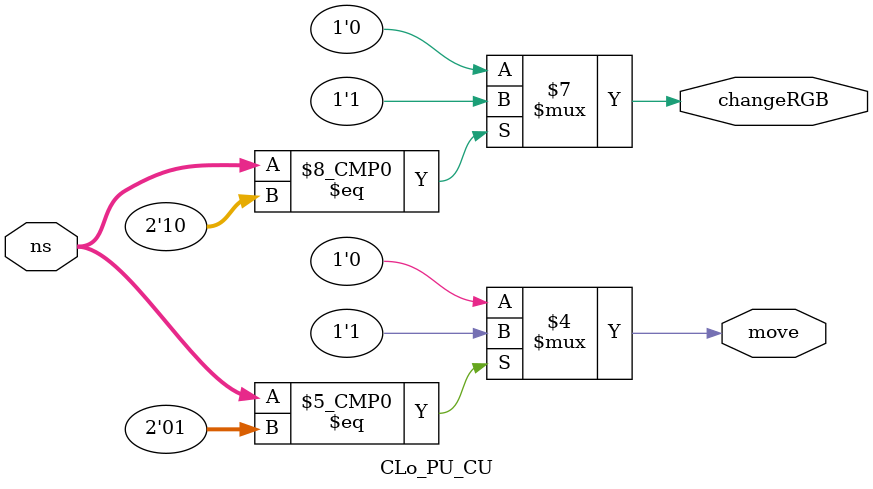
<source format=v>
`timescale 1ns / 1ps


module CLo_PU_CU(
    input [1:0] ns,
    output reg changeRGB, move
    );

    always @(*) begin
        changeRGB = 0; move = 0;
        case (ns)
            2'd0:   ;
            2'd1:   move = 1;
            2'd2:   changeRGB = 1; 
            default: ;
        endcase
    end
endmodule

</source>
